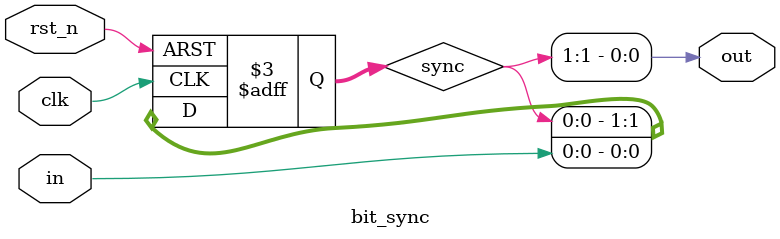
<source format=v>
/*
* Module: Bit Synchronizer
* Description: 
* Developed by: Daniel Santos
* 2023
*/

module bit_sync (
	input rst_n,
	input clk,
	input in,
	output out
);
	// Synchronizer registers
	reg [1:0] sync;

	// Synchronization logic
	always @(posedge clk, negedge rst_n) begin
		if (!rst_n) begin
			sync[0] <= 1'b0;
			sync[1] <= 1'b0;
		end else begin
			sync[0] <= in;
			sync[1] <= sync[0];
		end
	end
	
	// Output
	assign out = sync[1];

endmodule

</source>
